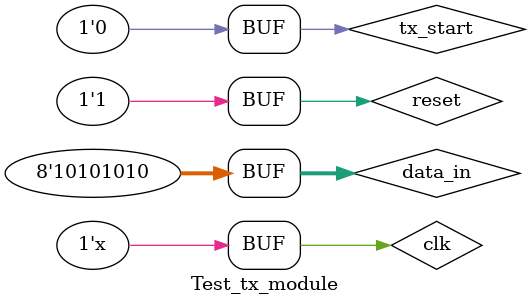
<source format=v>
module Test_tx_module;

reg [7:0]data_in;
reg tx_start;
reg clk;
reg reset;
wire tx_out;

Transmitter_module UUT(    .reset(reset),
									.data_in(data_in),
									.tx_start(tx_start),
									.clk(clk),
									.tx_out(tx_out)
									);

initial
  begin
    tx_start=1'b0;
	 clk=1'b0;
	 reset=1'b0;
	 data_in=8'b10101010;
	  #10 reset=1'b1;
	  #20 tx_start=1'b1;
	  #230 tx_start=1'b0;
  end
  
always
  #10 clk=~clk;
  

  
endmodule

</source>
